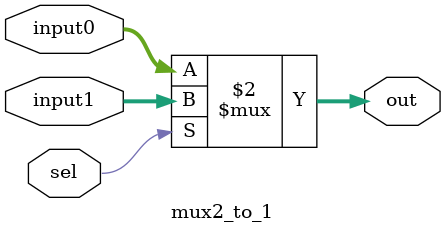
<source format=sv>
module mux2_to_1 #(
    parameter WIDTH = 32
)(
    input logic [WIDTH-1:0] input0,
    input logic [WIDTH-1:0] input1,
    input logic sel,
    output logic [WIDTH-1:0] out
);

    always_comb begin
        out = sel ? input1 : input0;
    end
endmodule
</source>
